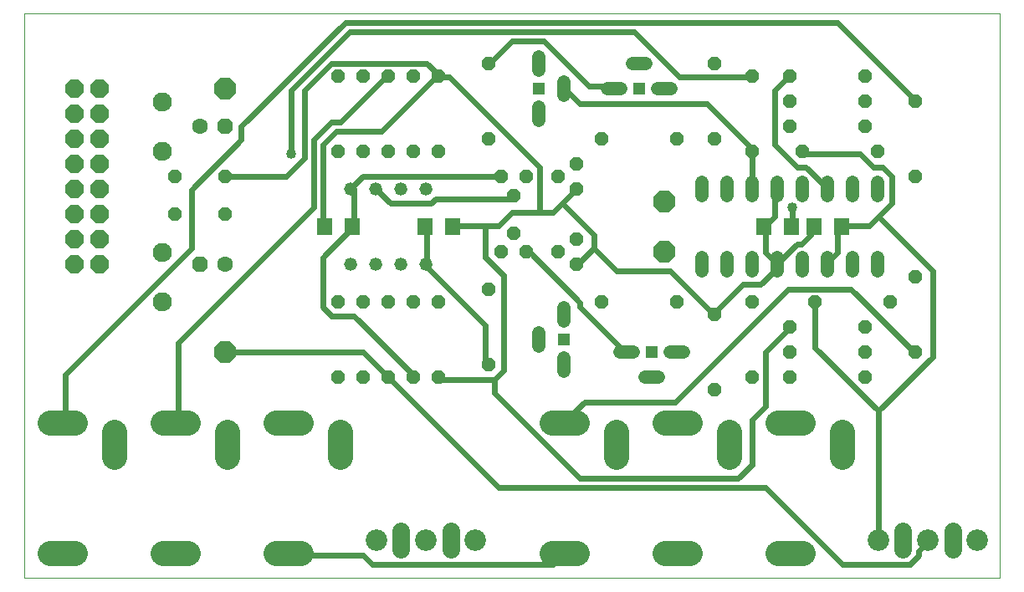
<source format=gbl>
G75*
%MOIN*%
%OFA0B0*%
%FSLAX25Y25*%
%IPPOS*%
%LPD*%
%AMOC8*
5,1,8,0,0,1.08239X$1,22.5*
%
%ADD10C,0.00000*%
%ADD11C,0.10000*%
%ADD12OC8,0.08500*%
%ADD13C,0.06300*%
%ADD14OC8,0.06300*%
%ADD15OC8,0.05200*%
%ADD16R,0.06299X0.07087*%
%ADD17C,0.07600*%
%ADD18C,0.05200*%
%ADD19C,0.05200*%
%ADD20C,0.08600*%
%ADD21C,0.07087*%
%ADD22OC8,0.07400*%
%ADD23R,0.05150X0.05150*%
%ADD24C,0.02200*%
%ADD25C,0.04000*%
D10*
X0005620Y0040337D02*
X0005620Y0265298D01*
X0394321Y0265298D01*
X0394321Y0040337D01*
X0005620Y0040337D01*
D11*
X0015935Y0050180D02*
X0025935Y0050180D01*
X0060935Y0050180D02*
X0070935Y0050180D01*
X0105935Y0050180D02*
X0115935Y0050180D01*
X0131407Y0088487D02*
X0131407Y0098487D01*
X0115935Y0102148D02*
X0105935Y0102148D01*
X0086407Y0098487D02*
X0086407Y0088487D01*
X0070935Y0102148D02*
X0060935Y0102148D01*
X0041407Y0098487D02*
X0041407Y0088487D01*
X0025935Y0102148D02*
X0015935Y0102148D01*
X0215935Y0102148D02*
X0225935Y0102148D01*
X0241407Y0098487D02*
X0241407Y0088487D01*
X0260935Y0102148D02*
X0270935Y0102148D01*
X0286407Y0098487D02*
X0286407Y0088487D01*
X0305935Y0102148D02*
X0315935Y0102148D01*
X0331407Y0098487D02*
X0331407Y0088487D01*
X0315935Y0050180D02*
X0305935Y0050180D01*
X0270935Y0050180D02*
X0260935Y0050180D01*
X0225935Y0050180D02*
X0215935Y0050180D01*
D12*
X0085620Y0130337D03*
X0085620Y0235337D03*
X0260620Y0190337D03*
X0260620Y0170337D03*
D13*
X0085620Y0165337D03*
X0075620Y0220337D03*
D14*
X0085620Y0220337D03*
X0075620Y0165337D03*
D15*
X0065620Y0185337D03*
X0085620Y0185337D03*
X0085620Y0200337D03*
X0065620Y0200337D03*
X0130620Y0210337D03*
X0140620Y0210337D03*
X0150620Y0210337D03*
X0160620Y0210337D03*
X0170620Y0210337D03*
X0190620Y0215337D03*
X0195620Y0200337D03*
X0200620Y0192837D03*
X0205620Y0200337D03*
X0218120Y0200337D03*
X0225620Y0195337D03*
X0225620Y0205337D03*
X0235620Y0215337D03*
X0265620Y0215337D03*
X0280620Y0215337D03*
X0295620Y0210337D03*
X0310620Y0220337D03*
X0310620Y0230337D03*
X0310620Y0240337D03*
X0295620Y0240337D03*
X0280620Y0245337D03*
X0315620Y0210337D03*
X0340620Y0220337D03*
X0340620Y0230337D03*
X0340620Y0240337D03*
X0360620Y0230337D03*
X0345620Y0210337D03*
X0360620Y0200337D03*
X0360620Y0160337D03*
X0350620Y0150337D03*
X0340620Y0140337D03*
X0340620Y0130337D03*
X0340620Y0120337D03*
X0360620Y0130337D03*
X0320620Y0150337D03*
X0310620Y0140337D03*
X0310620Y0130337D03*
X0310620Y0120337D03*
X0295620Y0120337D03*
X0280620Y0115337D03*
X0280620Y0145337D03*
X0295620Y0150337D03*
X0265620Y0150337D03*
X0235620Y0150337D03*
X0225620Y0165337D03*
X0218120Y0170337D03*
X0225620Y0175337D03*
X0205620Y0170337D03*
X0200620Y0177837D03*
X0195620Y0170337D03*
X0190620Y0155337D03*
X0170620Y0150337D03*
X0160620Y0150337D03*
X0150620Y0150337D03*
X0140620Y0150337D03*
X0130620Y0150337D03*
X0130620Y0120337D03*
X0140620Y0120337D03*
X0150620Y0120337D03*
X0160620Y0120337D03*
X0170620Y0120337D03*
X0190620Y0125337D03*
X0170620Y0240337D03*
X0160620Y0240337D03*
X0150620Y0240337D03*
X0140620Y0240337D03*
X0130620Y0240337D03*
X0190620Y0245337D03*
D16*
X0176132Y0180337D03*
X0165108Y0180337D03*
X0136132Y0180337D03*
X0125108Y0180337D03*
X0300108Y0180337D03*
X0311132Y0180337D03*
X0320108Y0180337D03*
X0331132Y0180337D03*
D17*
X0060620Y0170180D03*
X0060620Y0150494D03*
X0060620Y0210494D03*
X0060620Y0230180D03*
D18*
X0135620Y0195337D03*
X0145620Y0195337D03*
X0155620Y0195337D03*
X0165620Y0195337D03*
X0165620Y0165337D03*
X0155620Y0165337D03*
X0145620Y0165337D03*
X0135620Y0165337D03*
D19*
X0210620Y0137937D02*
X0210620Y0132737D01*
X0220620Y0127937D02*
X0220620Y0122737D01*
X0243020Y0130337D02*
X0248220Y0130337D01*
X0253020Y0120337D02*
X0258220Y0120337D01*
X0263020Y0130337D02*
X0268220Y0130337D01*
X0220620Y0142737D02*
X0220620Y0147937D01*
X0275620Y0162737D02*
X0275620Y0167937D01*
X0285620Y0167937D02*
X0285620Y0162737D01*
X0295620Y0162737D02*
X0295620Y0167937D01*
X0305620Y0167937D02*
X0305620Y0162737D01*
X0315620Y0162737D02*
X0315620Y0167937D01*
X0325620Y0167937D02*
X0325620Y0162737D01*
X0335620Y0162737D02*
X0335620Y0167937D01*
X0345620Y0167937D02*
X0345620Y0162737D01*
X0345620Y0192737D02*
X0345620Y0197937D01*
X0335620Y0197937D02*
X0335620Y0192737D01*
X0325620Y0192737D02*
X0325620Y0197937D01*
X0315620Y0197937D02*
X0315620Y0192737D01*
X0305620Y0192737D02*
X0305620Y0197937D01*
X0295620Y0197937D02*
X0295620Y0192737D01*
X0285620Y0192737D02*
X0285620Y0197937D01*
X0275620Y0197937D02*
X0275620Y0192737D01*
X0220620Y0232737D02*
X0220620Y0237937D01*
X0210620Y0242737D02*
X0210620Y0247937D01*
X0238020Y0235337D02*
X0243220Y0235337D01*
X0248020Y0245337D02*
X0253220Y0245337D01*
X0258020Y0235337D02*
X0263220Y0235337D01*
X0210620Y0227937D02*
X0210620Y0222737D01*
D20*
X0185305Y0055337D03*
X0165620Y0055337D03*
X0145935Y0055337D03*
X0345935Y0055337D03*
X0365620Y0055337D03*
X0385305Y0055337D03*
D21*
X0375620Y0051794D02*
X0375620Y0058880D01*
X0355620Y0058880D02*
X0355620Y0051794D01*
X0175620Y0051794D02*
X0175620Y0058880D01*
X0155620Y0058880D02*
X0155620Y0051794D01*
D22*
X0035620Y0165337D03*
X0025620Y0165337D03*
X0025620Y0175337D03*
X0035620Y0175337D03*
X0035620Y0185337D03*
X0025620Y0185337D03*
X0025620Y0195337D03*
X0035620Y0195337D03*
X0035620Y0205337D03*
X0025620Y0205337D03*
X0025620Y0215337D03*
X0035620Y0215337D03*
X0035620Y0225337D03*
X0025620Y0225337D03*
X0025620Y0235337D03*
X0035620Y0235337D03*
D23*
X0210620Y0235337D03*
X0250620Y0235337D03*
X0220620Y0135337D03*
X0255620Y0130337D03*
D24*
X0245620Y0130337D02*
X0245020Y0130337D01*
X0227020Y0148337D01*
X0227020Y0150137D01*
X0207220Y0169937D01*
X0205620Y0170337D01*
X0196420Y0160937D02*
X0189220Y0168137D01*
X0189220Y0180737D01*
X0176620Y0180737D01*
X0176132Y0180337D01*
X0165820Y0178937D02*
X0165108Y0180337D01*
X0165820Y0178937D02*
X0165820Y0166337D01*
X0165620Y0165337D01*
X0165820Y0164537D01*
X0189220Y0141137D01*
X0189220Y0126737D01*
X0190620Y0125337D01*
X0196420Y0123137D02*
X0192820Y0119537D01*
X0192820Y0114137D01*
X0227020Y0079937D01*
X0290020Y0079937D01*
X0295420Y0085337D01*
X0295420Y0103337D01*
X0300820Y0108737D01*
X0300820Y0130337D01*
X0309820Y0139337D01*
X0310620Y0140337D01*
X0320620Y0132137D02*
X0320620Y0150337D01*
X0309820Y0155537D02*
X0264820Y0110537D01*
X0228820Y0110537D01*
X0221620Y0103337D01*
X0220935Y0102148D01*
X0192820Y0119537D02*
X0171220Y0119537D01*
X0170620Y0120337D01*
X0160620Y0120337D02*
X0160420Y0121337D01*
X0137020Y0144737D01*
X0128020Y0144737D01*
X0124420Y0148337D01*
X0124420Y0168137D01*
X0135220Y0178937D01*
X0136132Y0180337D01*
X0137020Y0180737D01*
X0137020Y0195137D01*
X0135620Y0195337D01*
X0137020Y0196937D01*
X0140620Y0200537D01*
X0194620Y0200537D01*
X0195620Y0200337D01*
X0200620Y0192837D02*
X0200020Y0191537D01*
X0169420Y0191537D01*
X0167620Y0189737D01*
X0151420Y0189737D01*
X0146020Y0195137D01*
X0145620Y0195337D01*
X0125108Y0180337D02*
X0124420Y0180737D01*
X0124420Y0213137D01*
X0129820Y0218537D01*
X0147820Y0218537D01*
X0169420Y0240137D01*
X0170620Y0240337D01*
X0169420Y0241937D01*
X0165820Y0245537D01*
X0128020Y0245537D01*
X0117220Y0234737D01*
X0117220Y0207737D01*
X0110020Y0200537D01*
X0086620Y0200537D01*
X0085620Y0200337D01*
X0072220Y0195137D02*
X0072220Y0171737D01*
X0021820Y0121337D01*
X0021820Y0103337D01*
X0020935Y0102148D01*
X0065935Y0102148D02*
X0066820Y0103337D01*
X0066820Y0133937D01*
X0120820Y0187937D01*
X0120820Y0214937D01*
X0128020Y0222137D01*
X0131620Y0222137D01*
X0149620Y0240137D01*
X0150620Y0240337D01*
X0170620Y0240337D02*
X0171220Y0240137D01*
X0174820Y0240137D01*
X0210820Y0204137D01*
X0210820Y0186137D01*
X0200020Y0186137D01*
X0194620Y0180737D01*
X0189220Y0180737D01*
X0210820Y0186137D02*
X0216220Y0186137D01*
X0219820Y0189737D01*
X0232420Y0177137D01*
X0232420Y0171737D01*
X0241420Y0162737D01*
X0263020Y0162737D01*
X0279220Y0146537D01*
X0280620Y0145337D01*
X0281020Y0146537D01*
X0291820Y0157337D01*
X0299020Y0157337D01*
X0306220Y0164537D01*
X0305620Y0165337D01*
X0306220Y0166337D01*
X0313420Y0173537D01*
X0315220Y0173537D01*
X0318820Y0177137D01*
X0318820Y0178937D01*
X0320108Y0180337D01*
X0329620Y0178937D02*
X0331132Y0180337D01*
X0331420Y0180737D01*
X0342220Y0180737D01*
X0345820Y0184337D01*
X0367420Y0162737D01*
X0367420Y0128537D01*
X0345820Y0106937D01*
X0320620Y0132137D01*
X0309820Y0155537D02*
X0335020Y0155537D01*
X0360220Y0130337D01*
X0360620Y0130337D01*
X0345820Y0106937D02*
X0345820Y0056537D01*
X0345935Y0055337D01*
X0358420Y0045737D02*
X0331420Y0045737D01*
X0300820Y0076337D01*
X0194620Y0076337D01*
X0150620Y0120337D01*
X0140620Y0130337D01*
X0085620Y0130337D01*
X0072220Y0195137D02*
X0092020Y0214937D01*
X0092020Y0220337D01*
X0133420Y0261737D01*
X0329620Y0261737D01*
X0360220Y0231137D01*
X0360620Y0230337D01*
X0338620Y0209537D02*
X0344020Y0204137D01*
X0347620Y0204137D01*
X0351220Y0200537D01*
X0351220Y0189737D01*
X0345820Y0184337D01*
X0329620Y0178937D02*
X0329620Y0169937D01*
X0326020Y0166337D01*
X0325620Y0165337D01*
X0305620Y0165337D02*
X0304420Y0166337D01*
X0300820Y0169937D01*
X0300820Y0178937D01*
X0300108Y0180337D01*
X0300820Y0180737D01*
X0304420Y0184337D01*
X0304420Y0195137D01*
X0305620Y0195337D01*
X0311620Y0187937D02*
X0311620Y0180737D01*
X0311132Y0180337D01*
X0325620Y0195337D02*
X0324220Y0196937D01*
X0317020Y0204137D01*
X0313420Y0204137D01*
X0304420Y0213137D01*
X0304420Y0234737D01*
X0309820Y0240137D01*
X0310620Y0240337D01*
X0295620Y0240337D02*
X0295420Y0240137D01*
X0266620Y0240137D01*
X0248620Y0258137D01*
X0135220Y0258137D01*
X0111820Y0234737D01*
X0111820Y0209537D01*
X0190620Y0245337D02*
X0191020Y0245537D01*
X0200020Y0254537D01*
X0212620Y0254537D01*
X0230620Y0236537D01*
X0239620Y0236537D01*
X0240620Y0235337D01*
X0227020Y0229337D02*
X0221620Y0234737D01*
X0220620Y0235337D01*
X0227020Y0229337D02*
X0277420Y0229337D01*
X0295420Y0211337D01*
X0295620Y0210337D01*
X0295420Y0209537D01*
X0295420Y0196937D01*
X0295620Y0195337D01*
X0315620Y0210337D02*
X0317020Y0209537D01*
X0338620Y0209537D01*
X0232420Y0171737D02*
X0227020Y0166337D01*
X0225620Y0165337D01*
X0196420Y0160937D02*
X0196420Y0123137D01*
X0219820Y0189737D02*
X0225220Y0195137D01*
X0225620Y0195337D01*
X0365620Y0055337D02*
X0365620Y0054737D01*
X0362020Y0051137D01*
X0362020Y0049337D01*
X0358420Y0045737D01*
X0220935Y0050180D02*
X0219820Y0049337D01*
X0216220Y0045737D01*
X0144220Y0045737D01*
X0140620Y0049337D01*
X0111820Y0049337D01*
X0110935Y0050180D01*
D25*
X0311620Y0187937D03*
X0111820Y0209537D03*
M02*

</source>
